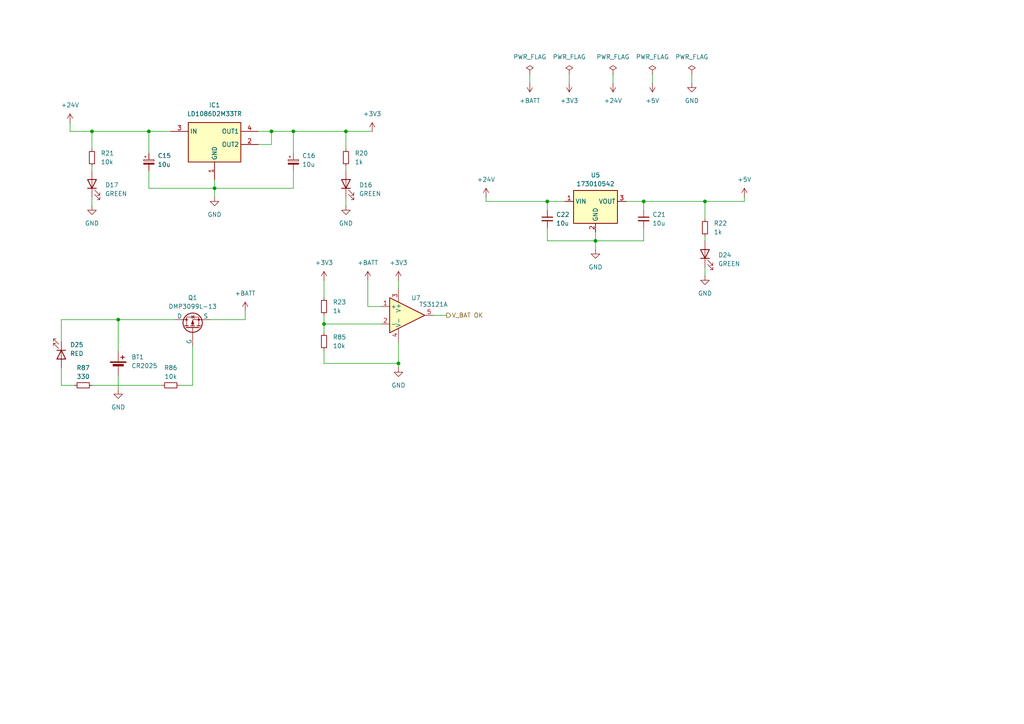
<source format=kicad_sch>
(kicad_sch (version 20231120) (generator "eeschema") (generator_version "8.0")
  (paper "A4")
  (lib_symbols
    (symbol "Device:Battery_Cell" (pin_numbers hide) (pin_names (offset 0) hide)
      (property "Reference" "BT" (at 2.54 2.54 0))
      (property "Value" "Battery_Cell" (at 2.54 0 0))
      (symbol "Battery_Cell_0_1"
        (rectangle (start -2.286 1.778) (end 2.286 1.524) (fill (type outline)))
        (rectangle (start -1.524 1.016) (end 1.524 0.508) (fill (type outline)))
        (polyline (pts (xy 0 0.762) (xy 0 0)))
        (polyline (pts (xy 0 1.778) (xy 0 2.54)))
        (polyline (pts (xy 0.762 3.048) (xy 1.778 3.048)) (stroke (width 0.254)))
        (polyline (pts (xy 1.27 3.556) (xy 1.27 2.54)) (stroke (width 0.254)))
      )
      (symbol "Battery_Cell_1_1"
        (pin passive line (at 0 5.08 270) (length 2.54) (name "+") (number "1"))
        (pin passive line (at 0 -2.54 90) (length 2.54) (name "-") (number "2"))
      )
    )
    (symbol "Device:C_Polarized_Small" (pin_numbers hide) (pin_names (offset 0.254) hide)
      (property "Reference" "C" (at 0.254 1.778 0))
      (property "Value" "C_Polarized_Small" (at 0.254 -2.032 0))
      (symbol "C_Polarized_Small_0_1"
        (rectangle (start -1.524 -0.3048) (end 1.524 -0.6858) (fill (type outline)))
        (rectangle (start -1.524 0.6858) (end 1.524 0.3048))
        (polyline (pts (xy -1.27 1.524) (xy -0.762 1.524)))
        (polyline (pts (xy -1.016 1.27) (xy -1.016 1.778)))
      )
      (symbol "C_Polarized_Small_1_1"
        (pin passive line (at 0 2.54 270) (length 1.8542) (name "~") (number "1"))
        (pin passive line (at 0 -2.54 90) (length 1.8542) (name "~") (number "2"))
      )
    )
    (symbol "Device:C_Small" (pin_numbers hide) (pin_names (offset 0.254) hide)
      (property "Reference" "C" (at 0.254 1.778 0))
      (property "Value" "C_Small" (at 0.254 -2.032 0))
      (symbol "C_Small_0_1"
        (polyline (pts (xy -1.524 -0.508) (xy 1.524 -0.508)) (stroke (width 0.3302)))
        (polyline (pts (xy -1.524 0.508) (xy 1.524 0.508)) (stroke (width 0.3048)))
      )
      (symbol "C_Small_1_1"
        (pin passive line (at 0 2.54 270) (length 2.032) (name "~") (number "1"))
        (pin passive line (at 0 -2.54 90) (length 2.032) (name "~") (number "2"))
      )
    )
    (symbol "Device:LED" (pin_numbers hide) (pin_names (offset 1.016) hide)
      (property "Reference" "D" (at 0 2.54 0))
      (property "Value" "LED" (at 0 -2.54 0))
      (symbol "LED_0_1"
        (polyline (pts (xy -1.27 -1.27) (xy -1.27 1.27)) (stroke (width 0.254)))
        (polyline (pts (xy -1.27 0) (xy 1.27 0)))
        (polyline (pts (xy 1.27 -1.27) (xy 1.27 1.27) (xy -1.27 0) (xy 1.27 -1.27)) (stroke (width 0.254)))
        (polyline (pts (xy -3.048 -0.762) (xy -4.572 -2.286) (xy -3.81 -2.286) (xy -4.572 -2.286) (xy -4.572 -1.524)))
        (polyline (pts (xy -1.778 -0.762) (xy -3.302 -2.286) (xy -2.54 -2.286) (xy -3.302 -2.286) (xy -3.302 -1.524)))
      )
      (symbol "LED_1_1"
        (pin passive line (at -3.81 0 0) (length 2.54) (name "K") (number "1"))
        (pin passive line (at 3.81 0 180) (length 2.54) (name "A") (number "2"))
      )
    )
    (symbol "Device:R_Small" (pin_numbers hide) (pin_names (offset 0.254) hide)
      (property "Reference" "R" (at 0.762 0.508 0))
      (property "Value" "R_Small" (at 0.762 -1.016 0))
      (symbol "R_Small_0_1"
        (rectangle (start -0.762 1.778) (end 0.762 -1.778) (stroke (width 0.2032)))
      )
      (symbol "R_Small_1_1"
        (pin passive line (at 0 2.54 270) (length 0.762) (name "~") (number "1"))
        (pin passive line (at 0 -2.54 90) (length 0.762) (name "~") (number "2"))
      )
    )
    (symbol "FaSTTUBe_Voltage_Regulators:173010542"
      (property "Reference" "U" (at -1.27 7.874 0))
      (property "Value" "173010542" (at -5.588 6.096 0))
      (symbol "173010542_0_1"
        (rectangle (start -6.35 4.445) (end 6.35 -5.08) (stroke (width 0.254)) (fill (type background)))
      )
      (symbol "173010542_1_1"
        (pin power_in line (at -8.89 1.27 0) (length 2.54) (name "VIN") (number "1"))
        (pin power_in line (at 0 -7.62 90) (length 2.54) (name "GND") (number "2"))
        (pin power_out line (at 8.89 1.27 180) (length 2.54) (name "VOUT") (number "3"))
      )
    )
    (symbol "GND_6" (power) (pin_numbers hide) (pin_names (offset 0) hide)
      (property "Value" "GND" (at 0 -3.81 0))
      (symbol "GND_6_0_1"
        (polyline (pts (xy 0 0) (xy 0 -1.27) (xy 1.27 -1.27) (xy 0 -2.54) (xy -1.27 -1.27) (xy 0 -1.27)))
      )
      (symbol "GND_6_1_1"
        (pin power_in line (at 0 0 270) (length 0) (name "~") (number "1"))
      )
    )
    (symbol "LD1086D2M33TR:LD1086D2M33TR"
      (property "Reference" "IC" (at 17.78 3.81 0))
      (property "Value" "LD1086D2M33TR" (at 11.43 1.27 0))
      (symbol "LD1086D2M33TR_1_1"
        (rectangle (start 11.43 -1.27) (end 26.67 -12.7) (stroke (width 0.254)) (fill (type background)))
        (pin passive line (at 19.05 -17.78 90) (length 5.08) (name "GND") (number "1"))
        (pin passive line (at 31.75 -7.62 180) (length 5.08) (name "OUT2") (number "2"))
        (pin passive line (at 6.35 -3.81 0) (length 5.08) (name "IN") (number "3"))
        (pin passive line (at 31.75 -3.81 180) (length 5.08) (name "OUT1") (number "4"))
      )
    )
    (symbol "Simulation_SPICE:OPAMP" (pin_names (offset 0.254))
      (property "Reference" "U" (at 3.81 3.175 0))
      (property "Value" "${SIM.PARAMS}" (at 3.81 -3.175 0))
      (symbol "OPAMP_0_1"
        (polyline (pts (xy 5.08 0) (xy -5.08 5.08) (xy -5.08 -5.08) (xy 5.08 0)) (stroke (width 0.254)) (fill (type background)))
      )
      (symbol "OPAMP_1_1"
        (pin input line (at -7.62 2.54 0) (length 2.54) (name "+") (number "1"))
        (pin input line (at -7.62 -2.54 0) (length 2.54) (name "-") (number "2"))
        (pin power_in line (at -2.54 7.62 270) (length 3.81) (name "V+") (number "3"))
        (pin power_in line (at -2.54 -7.62 90) (length 3.81) (name "V-") (number "4"))
        (pin output line (at 7.62 0 180) (length 2.54) (name "~") (number "5"))
      )
    )
    (symbol "Simulation_SPICE:PMOS" (pin_numbers hide) (pin_names (offset 0))
      (property "Reference" "Q" (at 5.08 1.27 0))
      (property "Value" "PMOS" (at 5.08 -1.27 0))
      (symbol "PMOS_0_1"
        (polyline (pts (xy 0.254 0) (xy -2.54 0)))
        (polyline (pts (xy 0.254 1.905) (xy 0.254 -1.905)) (stroke (width 0.254)))
        (polyline (pts (xy 0.762 -1.27) (xy 0.762 -2.286)) (stroke (width 0.254)))
        (polyline (pts (xy 0.762 0.508) (xy 0.762 -0.508)) (stroke (width 0.254)))
        (polyline (pts (xy 0.762 2.286) (xy 0.762 1.27)) (stroke (width 0.254)))
        (polyline (pts (xy 2.54 2.54) (xy 2.54 1.778)))
        (polyline (pts (xy 2.54 -2.54) (xy 2.54 0) (xy 0.762 0)))
        (polyline (pts (xy 0.762 1.778) (xy 3.302 1.778) (xy 3.302 -1.778) (xy 0.762 -1.778)))
        (polyline (pts (xy 2.286 0) (xy 1.27 0.381) (xy 1.27 -0.381) (xy 2.286 0)) (fill (type outline)))
        (polyline (pts (xy 2.794 -0.508) (xy 2.921 -0.381) (xy 3.683 -0.381) (xy 3.81 -0.254)))
        (polyline (pts (xy 3.302 -0.381) (xy 2.921 0.254) (xy 3.683 0.254) (xy 3.302 -0.381)))
        (circle (center 1.651 0) (radius 2.794) (stroke (width 0.254)))
        (circle (center 2.54 -1.778) (radius 0.254) (fill (type outline)))
        (circle (center 2.54 1.778) (radius 0.254) (fill (type outline)))
      )
      (symbol "PMOS_1_1"
        (pin passive line (at 2.54 5.08 270) (length 2.54) (name "D") (number "1"))
        (pin input line (at -5.08 0 0) (length 2.54) (name "G") (number "2"))
        (pin passive line (at 2.54 -5.08 90) (length 2.54) (name "S") (number "3"))
      )
    )
    (symbol "power:+24V" (power) (pin_numbers hide) (pin_names (offset 0) hide)
      (property "Value" "+24V" (at 0 3.556 0))
      (symbol "+24V_0_1"
        (polyline (pts (xy -0.762 1.27) (xy 0 2.54)))
        (polyline (pts (xy 0 0) (xy 0 2.54)))
        (polyline (pts (xy 0 2.54) (xy 0.762 1.27)))
      )
      (symbol "+24V_1_1"
        (pin power_in line (at 0 0 90) (length 0) (name "~") (number "1"))
      )
    )
    (symbol "power:+3V3" (power) (pin_numbers hide) (pin_names (offset 0) hide)
      (property "Value" "+3V3" (at 0 3.556 0))
      (symbol "+3V3_0_1"
        (polyline (pts (xy -0.762 1.27) (xy 0 2.54)))
        (polyline (pts (xy 0 0) (xy 0 2.54)))
        (polyline (pts (xy 0 2.54) (xy 0.762 1.27)))
      )
      (symbol "+3V3_1_1"
        (pin power_in line (at 0 0 90) (length 0) (name "~") (number "1"))
      )
    )
    (symbol "power:+5V" (power) (pin_numbers hide) (pin_names (offset 0) hide)
      (property "Value" "+5V" (at 0 3.556 0))
      (symbol "+5V_0_1"
        (polyline (pts (xy -0.762 1.27) (xy 0 2.54)))
        (polyline (pts (xy 0 0) (xy 0 2.54)))
        (polyline (pts (xy 0 2.54) (xy 0.762 1.27)))
      )
      (symbol "+5V_1_1"
        (pin power_in line (at 0 0 90) (length 0) (name "~") (number "1"))
      )
    )
    (symbol "power:+BATT" (power) (pin_numbers hide) (pin_names (offset 0) hide)
      (property "Value" "+BATT" (at 0 3.556 0))
      (symbol "+BATT_0_1"
        (polyline (pts (xy -0.762 1.27) (xy 0 2.54)))
        (polyline (pts (xy 0 0) (xy 0 2.54)))
        (polyline (pts (xy 0 2.54) (xy 0.762 1.27)))
      )
      (symbol "+BATT_1_1"
        (pin power_in line (at 0 0 90) (length 0) (name "~") (number "1"))
      )
    )
    (symbol "power:GND" (power) (pin_numbers hide) (pin_names (offset 0) hide)
      (property "Value" "GND" (at 0 -3.81 0))
      (symbol "GND_0_1"
        (polyline (pts (xy 0 0) (xy 0 -1.27) (xy 1.27 -1.27) (xy 0 -2.54) (xy -1.27 -1.27) (xy 0 -1.27)))
      )
      (symbol "GND_1_1"
        (pin power_in line (at 0 0 270) (length 0) (name "~") (number "1"))
      )
    )
    (symbol "power:PWR_FLAG" (power) (pin_numbers hide) (pin_names (offset 0) hide)
      (property "Value" "PWR_FLAG" (at 0 3.81 0))
      (symbol "PWR_FLAG_0_0"
        (pin power_out line (at 0 0 90) (length 0) (name "~") (number "1"))
      )
      (symbol "PWR_FLAG_0_1"
        (polyline (pts (xy 0 0) (xy 0 1.27) (xy -1.016 1.905) (xy 0 2.54) (xy 1.016 1.905) (xy 0 1.27)))
      )
    )
  )
  (junction (at 93.98 93.98))
  (junction (at 85.09 38.1))
  (junction (at 43.18 38.1))
  (junction (at 34.29 92.71))
  (junction (at 158.75 58.42))
  (junction (at 172.72 69.85))
  (junction (at 78.74 38.1))
  (junction (at 100.33 38.1))
  (junction (at 186.69 58.42))
  (junction (at 62.23 54.61))
  (junction (at 115.57 105.41))
  (junction (at 26.67 38.1))
  (junction (at 204.47 58.42))
  (wire (pts (xy 215.9 58.42) (xy 204.47 58.42)))
  (wire (pts (xy 78.74 38.1) (xy 85.09 38.1)))
  (wire (pts (xy 26.67 38.1) (xy 43.18 38.1)))
  (wire (pts (xy 158.75 66.04) (xy 158.75 69.85)))
  (wire (pts (xy 125.73 91.44) (xy 129.54 91.44)))
  (wire (pts (xy 204.47 58.42) (xy 186.69 58.42)))
  (wire (pts (xy 158.75 69.85) (xy 172.72 69.85)))
  (wire (pts (xy 204.47 58.42) (xy 204.47 63.5)))
  (wire (pts (xy 52.07 111.76) (xy 55.88 111.76)))
  (wire (pts (xy 71.12 92.71) (xy 71.12 90.17)))
  (wire (pts (xy 78.74 41.91) (xy 78.74 38.1)))
  (wire (pts (xy 153.67 21.59) (xy 153.67 24.13)))
  (wire (pts (xy 93.98 105.41) (xy 115.57 105.41)))
  (wire (pts (xy 26.67 57.15) (xy 26.67 59.69)))
  (wire (pts (xy 26.67 111.76) (xy 46.99 111.76)))
  (wire (pts (xy 200.66 21.59) (xy 200.66 24.13)))
  (wire (pts (xy 115.57 99.06) (xy 115.57 105.41)))
  (wire (pts (xy 177.8 21.59) (xy 177.8 24.13)))
  (wire (pts (xy 93.98 81.28) (xy 93.98 86.36)))
  (wire (pts (xy 158.75 58.42) (xy 163.83 58.42)))
  (wire (pts (xy 26.67 48.26) (xy 26.67 49.53)))
  (wire (pts (xy 158.75 60.96) (xy 158.75 58.42)))
  (wire (pts (xy 100.33 38.1) (xy 100.33 43.18)))
  (wire (pts (xy 17.78 106.68) (xy 17.78 111.76)))
  (wire (pts (xy 93.98 91.44) (xy 93.98 93.98)))
  (wire (pts (xy 62.23 52.07) (xy 62.23 54.61)))
  (wire (pts (xy 55.88 111.76) (xy 55.88 100.33)))
  (wire (pts (xy 181.61 58.42) (xy 186.69 58.42)))
  (wire (pts (xy 17.78 92.71) (xy 34.29 92.71)))
  (wire (pts (xy 43.18 49.53) (xy 43.18 54.61)))
  (wire (pts (xy 115.57 81.28) (xy 115.57 83.82)))
  (wire (pts (xy 115.57 105.41) (xy 115.57 106.68)))
  (wire (pts (xy 74.93 38.1) (xy 78.74 38.1)))
  (wire (pts (xy 74.93 41.91) (xy 78.74 41.91)))
  (wire (pts (xy 20.32 35.56) (xy 20.32 38.1)))
  (wire (pts (xy 100.33 57.15) (xy 100.33 59.69)))
  (wire (pts (xy 186.69 58.42) (xy 186.69 60.96)))
  (wire (pts (xy 158.75 58.42) (xy 140.97 58.42)))
  (wire (pts (xy 43.18 38.1) (xy 43.18 44.45)))
  (wire (pts (xy 85.09 44.45) (xy 85.09 38.1)))
  (wire (pts (xy 43.18 54.61) (xy 62.23 54.61)))
  (wire (pts (xy 43.18 38.1) (xy 49.53 38.1)))
  (wire (pts (xy 17.78 111.76) (xy 21.59 111.76)))
  (wire (pts (xy 34.29 92.71) (xy 34.29 101.6)))
  (wire (pts (xy 85.09 54.61) (xy 85.09 49.53)))
  (wire (pts (xy 106.68 81.28) (xy 106.68 88.9)))
  (wire (pts (xy 172.72 67.31) (xy 172.72 69.85)))
  (wire (pts (xy 34.29 109.22) (xy 34.29 113.03)))
  (wire (pts (xy 140.97 57.15) (xy 140.97 58.42)))
  (wire (pts (xy 204.47 77.47) (xy 204.47 80.01)))
  (wire (pts (xy 34.29 92.71) (xy 50.8 92.71)))
  (wire (pts (xy 215.9 57.15) (xy 215.9 58.42)))
  (wire (pts (xy 62.23 54.61) (xy 62.23 57.15)))
  (wire (pts (xy 60.96 92.71) (xy 71.12 92.71)))
  (wire (pts (xy 93.98 93.98) (xy 110.49 93.98)))
  (wire (pts (xy 93.98 93.98) (xy 93.98 96.52)))
  (wire (pts (xy 172.72 69.85) (xy 172.72 72.39)))
  (wire (pts (xy 100.33 48.26) (xy 100.33 49.53)))
  (wire (pts (xy 93.98 101.6) (xy 93.98 105.41)))
  (wire (pts (xy 165.1 21.59) (xy 165.1 24.13)))
  (wire (pts (xy 204.47 68.58) (xy 204.47 69.85)))
  (wire (pts (xy 85.09 38.1) (xy 100.33 38.1)))
  (wire (pts (xy 189.23 21.59) (xy 189.23 24.13)))
  (wire (pts (xy 26.67 38.1) (xy 26.67 43.18)))
  (wire (pts (xy 62.23 54.61) (xy 85.09 54.61)))
  (wire (pts (xy 100.33 38.1) (xy 107.95 38.1)))
  (wire (pts (xy 186.69 66.04) (xy 186.69 69.85)))
  (wire (pts (xy 17.78 99.06) (xy 17.78 92.71)))
  (wire (pts (xy 186.69 69.85) (xy 172.72 69.85)))
  (wire (pts (xy 106.68 88.9) (xy 110.49 88.9)))
  (wire (pts (xy 20.32 38.1) (xy 26.67 38.1)))
  (hierarchical_label "V_BAT OK" (shape output) (at 129.54 91.44 0))
  (symbol (lib_id "power:+24V") (at 177.8 24.13 180) (unit 1)
    (property "Reference" "#PWR024" (effects (hide yes)))
    (property "Value" "+24V" (at 177.8 29.21 0))
    (property "Description" "Power symbol creates a global label with name \"+24V\"" (effects (hide yes)))
  )
  (symbol (lib_id "power:+3V3") (at 115.57 81.28 0) (unit 1)
    (property "Reference" "#PWR0189" (effects (hide yes)))
    (property "Value" "+3V3" (at 115.57 76.2 0))
    (property "Description" "Power symbol creates a global label with name \"+3V3\"" (effects (hide yes)))
  )
  (symbol (lib_id "power:GND") (at 62.23 57.15 0) (unit 1)
    (property "Reference" "#PWR020" (effects (hide yes)))
    (property "Value" "GND" (at 62.23 62.23 0))
    (property "Description" "Power symbol creates a global label with name \"GND\" , ground" (effects (hide yes)))
  )
  (symbol (lib_id "Device:R_Small") (at 24.13 111.76 90) (unit 1)
    (property "Reference" "R87" (at 24.13 106.68 90))
    (property "Value" "330" (at 24.13 109.22 90))
    (property "Description" "Resistor, small symbol" (effects (hide yes)))
  )
  (symbol (lib_id "Device:C_Polarized_Small") (at 85.09 46.99 0) (unit 1)
    (property "Reference" "C16" (at 87.63 45.1738 0) (effects (justify left)))
    (property "Value" "10u" (at 87.63 47.7138 0) (effects (justify left)))
    (property "Footprint" "Capacitor_SMD:C_0603_1608Metric" (effects (hide yes)))
    (property "Description" "Polarized capacitor, small symbol" (effects (hide yes)))
  )
  (symbol (lib_id "power:PWR_FLAG") (at 153.67 21.59 0) (unit 1)
    (property "Reference" "#FLG04" (effects (hide yes)))
    (property "Value" "PWR_FLAG" (at 153.67 16.51 0))
    (property "Description" "Special symbol for telling ERC where power comes from" (effects (hide yes)))
  )
  (symbol (lib_id "Simulation_SPICE:OPAMP") (at 118.11 91.44 0) (unit 1)
    (property "Reference" "U7" (at 120.65 86.3914 0))
    (property "Value" "TS3121A" (at 125.73 88.2965 0))
    (property "Datasheet" "https://www.st.com/resource/en/datasheet/ts3121a.pdf" (effects (hide yes)))
  )
  (symbol (lib_id "power:PWR_FLAG") (at 189.23 21.59 0) (unit 1)
    (property "Reference" "#FLG05" (effects (hide yes)))
    (property "Value" "PWR_FLAG" (at 189.23 16.51 0))
    (property "Description" "Special symbol for telling ERC where power comes from" (effects (hide yes)))
  )
  (symbol (lib_id "power:+BATT") (at 106.68 81.28 0) (unit 1)
    (property "Reference" "#PWR0191" (effects (hide yes)))
    (property "Value" "+BATT" (at 106.68 76.2 0))
    (property "Description" "Power symbol creates a global label with name \"+BATT\"" (effects (hide yes)))
  )
  (symbol (lib_id "Device:R_Small") (at 26.67 45.72 0) (unit 1)
    (property "Reference" "R21" (at 29.21 44.4499 0) (effects (justify left)))
    (property "Value" "10k" (at 29.21 46.9899 0) (effects (justify left)))
    (property "Footprint" "Resistor_SMD:R_0603_1608Metric" (effects (hide yes)))
    (property "Description" "Resistor, small symbol" (effects (hide yes)))
  )
  (symbol (lib_id "Device:R_Small") (at 204.47 66.04 0) (unit 1)
    (property "Reference" "R22" (at 207.01 64.7699 0) (effects (justify left)))
    (property "Value" "1k" (at 207.01 67.3099 0) (effects (justify left)))
    (property "Footprint" "Resistor_SMD:R_0603_1608Metric" (effects (hide yes)))
    (property "Description" "Resistor, small symbol" (effects (hide yes)))
  )
  (symbol (lib_id "Device:R_Small") (at 49.53 111.76 90) (unit 1)
    (property "Reference" "R86" (at 49.53 106.68 90))
    (property "Value" "10k" (at 49.53 109.22 90))
    (property "Description" "Resistor, small symbol" (effects (hide yes)))
  )
  (symbol (lib_id "Device:C_Polarized_Small") (at 43.18 46.99 0) (unit 1)
    (property "Reference" "C15" (at 45.72 45.1738 0) (effects (justify left)))
    (property "Value" "10u" (at 45.72 47.7138 0) (effects (justify left)))
    (property "Footprint" "Capacitor_SMD:C_0603_1608Metric" (effects (hide yes)))
    (property "Description" "Polarized capacitor, small symbol" (effects (hide yes)))
  )
  (symbol (lib_id "Device:R_Small") (at 93.98 99.06 0) (unit 1)
    (property "Reference" "R85" (at 96.52 97.7899 0) (effects (justify left)))
    (property "Value" "10k" (at 96.52 100.3299 0) (effects (justify left)))
    (property "Description" "Resistor, small symbol" (effects (hide yes)))
  )
  (symbol (lib_id "power:+3V3") (at 165.1 24.13 180) (unit 1)
    (property "Reference" "#PWR023" (effects (hide yes)))
    (property "Value" "+3V3" (at 165.1 29.21 0))
    (property "Description" "Power symbol creates a global label with name \"+3V3\"" (effects (hide yes)))
  )
  (symbol (lib_id "power:+24V") (at 20.32 35.56 0) (unit 1)
    (property "Reference" "#PWR021" (effects (hide yes)))
    (property "Value" "+24V" (at 20.32 30.48 0))
    (property "Description" "Power symbol creates a global label with name \"+24V\"" (effects (hide yes)))
  )
  (symbol (lib_id "Simulation_SPICE:PMOS") (at 55.88 95.25 90) (unit 1)
    (property "Reference" "Q1" (at 55.88 86.36 90))
    (property "Value" "DMP3099L-13" (at 55.88 88.9 90))
    (property "Datasheet" "http://www.aosmd.com/pdfs/datasheet/AO3401A.pdf" (effects (hide yes)))
    (property "Description" "P-MOSFET transistor, drain/source/gate" (effects (hide yes)))
  )
  (symbol (lib_id "power:+3V3") (at 107.95 38.1 0) (unit 1)
    (property "Reference" "#PWR022" (effects (hide yes)))
    (property "Value" "+3V3" (at 107.95 33.02 0))
    (property "Description" "Power symbol creates a global label with name \"+3V3\"" (effects (hide yes)))
  )
  (symbol (lib_id "Device:R_Small") (at 100.33 45.72 0) (unit 1)
    (property "Reference" "R20" (at 102.87 44.4499 0) (effects (justify left)))
    (property "Value" "1k" (at 102.87 46.9899 0) (effects (justify left)))
    (property "Footprint" "Resistor_SMD:R_0603_1608Metric" (effects (hide yes)))
    (property "Description" "Resistor, small symbol" (effects (hide yes)))
  )
  (symbol (lib_id "power:GND") (at 34.29 113.03 0) (unit 1)
    (property "Reference" "#PWR043" (effects (hide yes)))
    (property "Value" "GND" (at 34.29 118.11 0))
    (property "Description" "Power symbol creates a global label with name \"GND\" , ground" (effects (hide yes)))
  )
  (symbol (lib_id "power:+5V") (at 215.9 57.15 0) (unit 1)
    (property "Reference" "#PWR055" (effects (hide yes)))
    (property "Value" "+5V" (at 215.9 52.07 0))
    (property "Description" "Power symbol creates a global label with name \"+5V\"" (effects (hide yes)))
  )
  (symbol (lib_id "Device:LED") (at 204.47 73.66 90) (unit 1)
    (property "Reference" "D24" (at 208.28 73.9774 90) (effects (justify right)))
    (property "Value" "GREEN" (at 208.28 76.5174 90) (effects (justify right)))
    (property "Footprint" "LED_SMD:LED_0603_1608Metric" (effects (hide yes)))
    (property "Datasheet" "https://www.we-online.com/components/products/datasheet/150060VS75000.pdf" (effects (hide yes)))
    (property "Description" "Light emitting diode" (effects (hide yes)))
  )
  (symbol (lib_id "power:PWR_FLAG") (at 165.1 21.59 0) (unit 1)
    (property "Reference" "#FLG01" (effects (hide yes)))
    (property "Value" "PWR_FLAG" (at 165.1 16.51 0))
    (property "Description" "Special symbol for telling ERC where power comes from" (effects (hide yes)))
  )
  (symbol (lib_id "Device:Battery_Cell") (at 34.29 106.68 0) (unit 1)
    (property "Reference" "BT1" (at 38.1 103.5684 0) (effects (justify left)))
    (property "Value" "CR2025" (at 38.1 106.1084 0) (effects (justify left)))
    (property "Description" "Single-cell battery" (effects (hide yes)))
  )
  (symbol (lib_name "GND_6") (lib_id "power:GND") (at 172.72 72.39 0) (unit 1)
    (property "Reference" "#PWR054" (effects (hide yes)))
    (property "Value" "GND" (at 172.72 77.47 0))
    (property "Description" "Power symbol creates a global label with name \"GND\" , ground" (effects (hide yes)))
  )
  (symbol (lib_id "Device:LED") (at 17.78 102.87 270) (unit 1)
    (property "Reference" "D25" (at 20.32 100.0124 90) (effects (justify left)))
    (property "Value" "RED" (at 20.32 102.5524 90) (effects (justify left)))
    (property "Description" "Light emitting diode" (effects (hide yes)))
  )
  (symbol (lib_id "Device:C_Small") (at 186.69 63.5 0) (unit 1)
    (property "Reference" "C21" (at 189.23 62.2362 0) (effects (justify left)))
    (property "Value" "10u" (at 189.23 64.7762 0) (effects (justify left)))
    (property "Footprint" "Capacitor_SMD:C_1210_3225Metric" (effects (hide yes)))
    (property "Description" "Unpolarized capacitor, small symbol" (effects (hide yes)))
  )
  (symbol (lib_id "Device:LED") (at 100.33 53.34 90) (unit 1)
    (property "Reference" "D16" (at 104.14 53.6574 90) (effects (justify right)))
    (property "Value" "GREEN" (at 104.14 56.1974 90) (effects (justify right)))
    (property "Footprint" "LED_SMD:LED_0603_1608Metric" (effects (hide yes)))
    (property "Datasheet" "https://www.we-online.com/components/products/datasheet/150060VS75000.pdf" (effects (hide yes)))
    (property "Description" "Light emitting diode" (effects (hide yes)))
  )
  (symbol (lib_id "power:+BATT") (at 71.12 90.17 0) (unit 1)
    (property "Reference" "#PWR044" (effects (hide yes)))
    (property "Value" "+BATT" (at 71.12 85.09 0))
    (property "Description" "Power symbol creates a global label with name \"+BATT\"" (effects (hide yes)))
  )
  (symbol (lib_id "power:+BATT") (at 153.67 24.13 180) (unit 1)
    (property "Reference" "#PWR045" (effects (hide yes)))
    (property "Value" "+BATT" (at 153.67 29.21 0))
    (property "Description" "Power symbol creates a global label with name \"+BATT\"" (effects (hide yes)))
  )
  (symbol (lib_id "LD1086D2M33TR:LD1086D2M33TR") (at 43.18 34.29 0) (unit 1)
    (property "Reference" "IC1" (at 62.23 30.48 0))
    (property "Value" "LD1086D2M33TR" (at 62.23 33.02 0))
    (property "Footprint" "LD1086D2M33TR:LD1086D2M33TR" (effects (hide yes)))
    (property "Datasheet" "http://www.st.com/web/en/resource/technical/document/datasheet/CD00001884.pdf" (effects (hide yes)))
    (property "Description" "LD1086D2M33TR,LDO Voltage regulator 3.3V" (effects (hide yes)))
    (property "Height" "4.6" (effects (hide yes)))
    (property "Mouser Part Number" "511-LD1086D2M33-TR" (effects (hide yes)))
    (property "Mouser Price/Stock" "https://www.mouser.co.uk/ProductDetail/STMicroelectronics/LD1086D2M33TR?qs=I99Cha7Up6QLBH2pissvdA%3D%3D" (effects (hide yes)))
    (property "Manufacturer_Name" "STMicroelectronics" (effects (hide yes)))
    (property "Manufacturer_Part_Number" "LD1086D2M33TR" (effects (hide yes)))
  )
  (symbol (lib_id "power:PWR_FLAG") (at 177.8 21.59 0) (unit 1)
    (property "Reference" "#FLG02" (effects (hide yes)))
    (property "Value" "PWR_FLAG" (at 177.8 16.51 0))
    (property "Description" "Special symbol for telling ERC where power comes from" (effects (hide yes)))
  )
  (symbol (lib_id "power:+3V3") (at 93.98 81.28 0) (unit 1)
    (property "Reference" "#PWR0192" (effects (hide yes)))
    (property "Value" "+3V3" (at 93.98 76.2 0))
    (property "Description" "Power symbol creates a global label with name \"+3V3\"" (effects (hide yes)))
  )
  (symbol (lib_name "GND_6") (lib_id "power:GND") (at 204.47 80.01 0) (unit 1)
    (property "Reference" "#PWR056" (effects (hide yes)))
    (property "Value" "GND" (at 204.47 85.09 0))
    (property "Description" "Power symbol creates a global label with name \"GND\" , ground" (effects (hide yes)))
  )
  (symbol (lib_id "Device:R_Small") (at 93.98 88.9 0) (unit 1)
    (property "Reference" "R23" (at 96.52 87.6299 0) (effects (justify left)))
    (property "Value" "1k" (at 96.52 90.1699 0) (effects (justify left)))
    (property "Description" "Resistor, small symbol" (effects (hide yes)))
  )
  (symbol (lib_id "FaSTTUBe_Voltage_Regulators:173010542") (at 172.72 59.69 0) (unit 1)
    (property "Reference" "U5" (at 172.72 50.8 0))
    (property "Value" "173010542" (at 172.72 53.34 0))
    (property "Footprint" "FaSTTUBe_Voltage_Regulators:MagI3C-FDSM-SIP-3" (effects (hide yes)))
    (property "Datasheet" "https://www.we-online.com/components/products/datasheet/173010342.pdf" (effects (hide yes)))
    (property "Description" "Current capability up to 1A, Input voltage range: 7 to 42V, Output voltage: 5V" (effects (hide yes)))
  )
  (symbol (lib_id "power:GND") (at 200.66 24.13 0) (unit 1)
    (property "Reference" "#PWR025" (effects (hide yes)))
    (property "Value" "GND" (at 200.66 29.21 0))
    (property "Description" "Power symbol creates a global label with name \"GND\" , ground" (effects (hide yes)))
  )
  (symbol (lib_id "power:+24V") (at 140.97 57.15 0) (unit 1)
    (property "Reference" "#PWR057" (effects (hide yes)))
    (property "Value" "+24V" (at 140.97 52.07 0))
    (property "Description" "Power symbol creates a global label with name \"+24V\"" (effects (hide yes)))
  )
  (symbol (lib_id "power:+5V") (at 189.23 24.13 180) (unit 1)
    (property "Reference" "#PWR058" (effects (hide yes)))
    (property "Value" "+5V" (at 189.23 29.21 0))
    (property "Description" "Power symbol creates a global label with name \"+5V\"" (effects (hide yes)))
  )
  (symbol (lib_id "Device:LED") (at 26.67 53.34 90) (unit 1)
    (property "Reference" "D17" (at 30.48 53.6574 90) (effects (justify right)))
    (property "Value" "GREEN" (at 30.48 56.1974 90) (effects (justify right)))
    (property "Footprint" "LED_SMD:LED_0603_1608Metric" (effects (hide yes)))
    (property "Datasheet" "https://www.we-online.com/components/products/datasheet/150060VS75000.pdf" (effects (hide yes)))
    (property "Description" "Light emitting diode" (effects (hide yes)))
  )
  (symbol (lib_id "power:PWR_FLAG") (at 200.66 21.59 0) (unit 1)
    (property "Reference" "#FLG03" (effects (hide yes)))
    (property "Value" "PWR_FLAG" (at 200.66 16.51 0))
    (property "Description" "Special symbol for telling ERC where power comes from" (effects (hide yes)))
  )
  (symbol (lib_name "GND_6") (lib_id "power:GND") (at 26.67 59.69 0) (unit 1)
    (property "Reference" "#PWR048" (effects (hide yes)))
    (property "Value" "GND" (at 26.67 64.77 0))
    (property "Description" "Power symbol creates a global label with name \"GND\" , ground" (effects (hide yes)))
  )
  (symbol (lib_name "GND_6") (lib_id "power:GND") (at 115.57 106.68 0) (unit 1)
    (property "Reference" "#PWR0190" (effects (hide yes)))
    (property "Value" "GND" (at 115.57 111.76 0))
    (property "Description" "Power symbol creates a global label with name \"GND\" , ground" (effects (hide yes)))
  )
  (symbol (lib_name "GND_6") (lib_id "power:GND") (at 100.33 59.69 0) (unit 1)
    (property "Reference" "#PWR047" (effects (hide yes)))
    (property "Value" "GND" (at 100.33 64.77 0))
    (property "Description" "Power symbol creates a global label with name \"GND\" , ground" (effects (hide yes)))
  )
  (symbol (lib_id "Device:C_Small") (at 158.75 63.5 0) (unit 1)
    (property "Reference" "C22" (at 161.29 62.2362 0) (effects (justify left)))
    (property "Value" "10u" (at 161.29 64.7762 0) (effects (justify left)))
    (property "Footprint" "Capacitor_SMD:C_1210_3225Metric" (effects (hide yes)))
    (property "Description" "Unpolarized capacitor, small symbol" (effects (hide yes)))
  )
)
</source>
